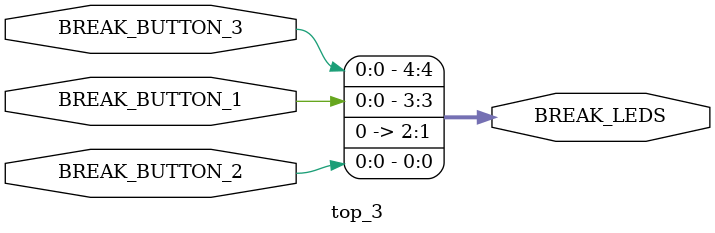
<source format=v>
`timescale 1ns / 1ps


// Rename one of below module names to `top` before compilation. Make sure there is
// only one module `top` at any given time.

module top(CLOCK, BREAK_BUTTON_1, BREAK_BUTTON_2, BREAK_BUTTON_3, BREAK_LEDS);
    // Use the 3 horizontal leds as a 3-bit counter. Control the counter
    // with the buttons; B1 increments, B2 resets and B3 decrements the counter

    input CLOCK;
    input BREAK_BUTTON_1;
	input BREAK_BUTTON_2;
	input BREAK_BUTTON_3;
    output [4:0] BREAK_LEDS;

    wire button_event;
    wire clean_button_1;
    wire clean_button_2;
    wire clean_button_3;
    reg [2:0] counter = 0;

    assign BREAK_LEDS[0] = counter[1]; // clean_button_2;
    assign BREAK_LEDS[1] = 0;
    assign BREAK_LEDS[2] = 0;
    assign BREAK_LEDS[3] = counter[0]; // clean_button_1;
    assign BREAK_LEDS[4] = counter[2]; // clean_button_3;

    assign button_event = clean_button_1 | clean_button_2 | clean_button_3;

    always @(posedge button_event) begin
        if (clean_button_1) begin
            counter <= counter + 1;
        end
        if (clean_button_2) begin
            counter <= 0;
        end
        if (clean_button_3) begin
            counter <= counter - 1;
        end
    end

    button_debouncer debouncer_1(
        .i_clock(CLOCK),
        .i_button(BREAK_BUTTON_1),
        .o_state(clean_button_1)
    );

    button_debouncer debouncer_2(
        .i_clock(CLOCK),
        .i_button(BREAK_BUTTON_2),
        .o_state(clean_button_2)
    );

    button_debouncer debouncer_3(
        .i_clock(CLOCK),
        .i_button(BREAK_BUTTON_3),
        .o_state(clean_button_3)
    );
endmodule

module top_2(CLOCK, BREAK_LEDS);
    // Use the 3 horizontal leds as a 3-bit counter

    input CLOCK;
    output [4:0] BREAK_LEDS;

    wire slow_clock;
    reg [2:0] counter = 0;

    assign BREAK_LEDS[0] = counter[1];
    assign BREAK_LEDS[1] = 0;
    assign BREAK_LEDS[2] = 0;
    assign BREAK_LEDS[3] = counter[0];
    assign BREAK_LEDS[4] = counter[2];

    always @(posedge slow_clock) begin
        counter <= counter + 1;
    end

    clock_divider divider(
        .i_clock(CLOCK),
        .o_clock(slow_clock)
    );
endmodule

module top_3(BREAK_BUTTON_1, BREAK_BUTTON_2, BREAK_BUTTON_3, BREAK_LEDS);
    // Link the 3 horizonal leds to the buttons

	input BREAK_BUTTON_1;
	input BREAK_BUTTON_2;
	input BREAK_BUTTON_3;
	output [4:0] BREAK_LEDS;

    assign BREAK_LEDS[0] = BREAK_BUTTON_2;
    assign BREAK_LEDS[1] = 0;
    assign BREAK_LEDS[2] = 0;
    assign BREAK_LEDS[3] = BREAK_BUTTON_1;
    assign BREAK_LEDS[4] = BREAK_BUTTON_3;
endmodule
</source>
